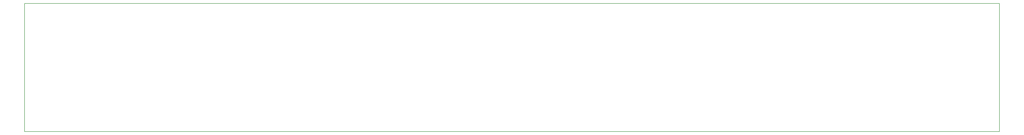
<source format=gko>
G04 DipTrace 3.0.0.1*
G04 moraydular_powerbus_wide_final1.GKO*
%MOMM*%
G04 #@! TF.FileFunction,Profile*
G04 #@! TF.Part,Single*
%ADD11C,0.14*%
%FSLAX35Y35*%
G04*
G71*
G90*
G75*
G01*
G04 BoardOutline*
%LPD*%
X1000001Y1000001D2*
D11*
X39000001D1*
Y6000001D1*
X1000001D1*
Y1000001D1*
M02*

</source>
